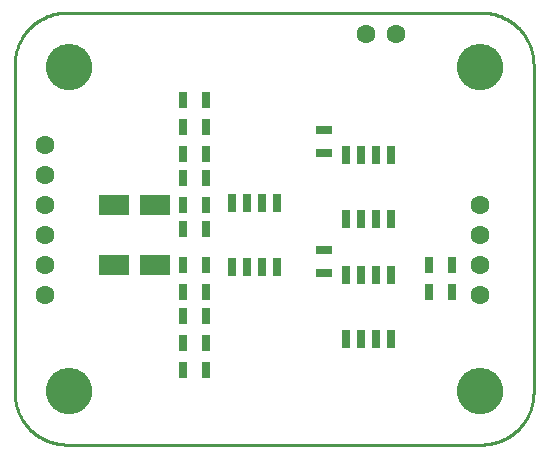
<source format=gts>
G75*
%MOIN*%
%OFA0B0*%
%FSLAX25Y25*%
%IPPOS*%
%LPD*%
%AMOC8*
5,1,8,0,0,1.08239X$1,22.5*
%
%ADD10C,0.01000*%
%ADD11R,0.10243X0.06699*%
%ADD12R,0.03156X0.05518*%
%ADD13R,0.05518X0.03156*%
%ADD14C,0.00000*%
%ADD15C,0.15400*%
%ADD16C,0.06306*%
%ADD17R,0.02565X0.06306*%
D10*
X0019300Y0001800D02*
X0157300Y0001800D01*
X0157723Y0001805D01*
X0158145Y0001820D01*
X0158568Y0001846D01*
X0158989Y0001882D01*
X0159409Y0001928D01*
X0159829Y0001984D01*
X0160246Y0002050D01*
X0160662Y0002126D01*
X0161076Y0002212D01*
X0161488Y0002309D01*
X0161897Y0002415D01*
X0162304Y0002531D01*
X0162708Y0002657D01*
X0163108Y0002792D01*
X0163506Y0002937D01*
X0163899Y0003092D01*
X0164289Y0003256D01*
X0164675Y0003430D01*
X0165056Y0003613D01*
X0165433Y0003805D01*
X0165805Y0004006D01*
X0166172Y0004216D01*
X0166534Y0004434D01*
X0166890Y0004662D01*
X0167241Y0004898D01*
X0167586Y0005142D01*
X0167925Y0005395D01*
X0168258Y0005656D01*
X0168585Y0005924D01*
X0168905Y0006201D01*
X0169218Y0006485D01*
X0169524Y0006777D01*
X0169823Y0007076D01*
X0170115Y0007382D01*
X0170399Y0007695D01*
X0170676Y0008015D01*
X0170944Y0008342D01*
X0171205Y0008675D01*
X0171458Y0009014D01*
X0171702Y0009359D01*
X0171938Y0009710D01*
X0172166Y0010066D01*
X0172384Y0010428D01*
X0172594Y0010795D01*
X0172795Y0011167D01*
X0172987Y0011544D01*
X0173170Y0011925D01*
X0173344Y0012311D01*
X0173508Y0012701D01*
X0173663Y0013094D01*
X0173808Y0013492D01*
X0173943Y0013892D01*
X0174069Y0014296D01*
X0174185Y0014703D01*
X0174291Y0015112D01*
X0174388Y0015524D01*
X0174474Y0015938D01*
X0174550Y0016354D01*
X0174616Y0016771D01*
X0174672Y0017191D01*
X0174718Y0017611D01*
X0174754Y0018032D01*
X0174780Y0018455D01*
X0174795Y0018877D01*
X0174800Y0019300D01*
X0174800Y0128300D01*
X0174795Y0128723D01*
X0174780Y0129145D01*
X0174754Y0129568D01*
X0174718Y0129989D01*
X0174672Y0130409D01*
X0174616Y0130829D01*
X0174550Y0131246D01*
X0174474Y0131662D01*
X0174388Y0132076D01*
X0174291Y0132488D01*
X0174185Y0132897D01*
X0174069Y0133304D01*
X0173943Y0133708D01*
X0173808Y0134108D01*
X0173663Y0134506D01*
X0173508Y0134899D01*
X0173344Y0135289D01*
X0173170Y0135675D01*
X0172987Y0136056D01*
X0172795Y0136433D01*
X0172594Y0136805D01*
X0172384Y0137172D01*
X0172166Y0137534D01*
X0171938Y0137890D01*
X0171702Y0138241D01*
X0171458Y0138586D01*
X0171205Y0138925D01*
X0170944Y0139258D01*
X0170676Y0139585D01*
X0170399Y0139905D01*
X0170115Y0140218D01*
X0169823Y0140524D01*
X0169524Y0140823D01*
X0169218Y0141115D01*
X0168905Y0141399D01*
X0168585Y0141676D01*
X0168258Y0141944D01*
X0167925Y0142205D01*
X0167586Y0142458D01*
X0167241Y0142702D01*
X0166890Y0142938D01*
X0166534Y0143166D01*
X0166172Y0143384D01*
X0165805Y0143594D01*
X0165433Y0143795D01*
X0165056Y0143987D01*
X0164675Y0144170D01*
X0164289Y0144344D01*
X0163899Y0144508D01*
X0163506Y0144663D01*
X0163108Y0144808D01*
X0162708Y0144943D01*
X0162304Y0145069D01*
X0161897Y0145185D01*
X0161488Y0145291D01*
X0161076Y0145388D01*
X0160662Y0145474D01*
X0160246Y0145550D01*
X0159829Y0145616D01*
X0159409Y0145672D01*
X0158989Y0145718D01*
X0158568Y0145754D01*
X0158145Y0145780D01*
X0157723Y0145795D01*
X0157300Y0145800D01*
X0019300Y0145800D01*
X0018877Y0145795D01*
X0018455Y0145780D01*
X0018032Y0145754D01*
X0017611Y0145718D01*
X0017191Y0145672D01*
X0016771Y0145616D01*
X0016354Y0145550D01*
X0015938Y0145474D01*
X0015524Y0145388D01*
X0015112Y0145291D01*
X0014703Y0145185D01*
X0014296Y0145069D01*
X0013892Y0144943D01*
X0013492Y0144808D01*
X0013094Y0144663D01*
X0012701Y0144508D01*
X0012311Y0144344D01*
X0011925Y0144170D01*
X0011544Y0143987D01*
X0011167Y0143795D01*
X0010795Y0143594D01*
X0010428Y0143384D01*
X0010066Y0143166D01*
X0009710Y0142938D01*
X0009359Y0142702D01*
X0009014Y0142458D01*
X0008675Y0142205D01*
X0008342Y0141944D01*
X0008015Y0141676D01*
X0007695Y0141399D01*
X0007382Y0141115D01*
X0007076Y0140823D01*
X0006777Y0140524D01*
X0006485Y0140218D01*
X0006201Y0139905D01*
X0005924Y0139585D01*
X0005656Y0139258D01*
X0005395Y0138925D01*
X0005142Y0138586D01*
X0004898Y0138241D01*
X0004662Y0137890D01*
X0004434Y0137534D01*
X0004216Y0137172D01*
X0004006Y0136805D01*
X0003805Y0136433D01*
X0003613Y0136056D01*
X0003430Y0135675D01*
X0003256Y0135289D01*
X0003092Y0134899D01*
X0002937Y0134506D01*
X0002792Y0134108D01*
X0002657Y0133708D01*
X0002531Y0133304D01*
X0002415Y0132897D01*
X0002309Y0132488D01*
X0002212Y0132076D01*
X0002126Y0131662D01*
X0002050Y0131246D01*
X0001984Y0130829D01*
X0001928Y0130409D01*
X0001882Y0129989D01*
X0001846Y0129568D01*
X0001820Y0129145D01*
X0001805Y0128723D01*
X0001800Y0128300D01*
X0001800Y0019300D01*
X0001805Y0018877D01*
X0001820Y0018455D01*
X0001846Y0018032D01*
X0001882Y0017611D01*
X0001928Y0017191D01*
X0001984Y0016771D01*
X0002050Y0016354D01*
X0002126Y0015938D01*
X0002212Y0015524D01*
X0002309Y0015112D01*
X0002415Y0014703D01*
X0002531Y0014296D01*
X0002657Y0013892D01*
X0002792Y0013492D01*
X0002937Y0013094D01*
X0003092Y0012701D01*
X0003256Y0012311D01*
X0003430Y0011925D01*
X0003613Y0011544D01*
X0003805Y0011167D01*
X0004006Y0010795D01*
X0004216Y0010428D01*
X0004434Y0010066D01*
X0004662Y0009710D01*
X0004898Y0009359D01*
X0005142Y0009014D01*
X0005395Y0008675D01*
X0005656Y0008342D01*
X0005924Y0008015D01*
X0006201Y0007695D01*
X0006485Y0007382D01*
X0006777Y0007076D01*
X0007076Y0006777D01*
X0007382Y0006485D01*
X0007695Y0006201D01*
X0008015Y0005924D01*
X0008342Y0005656D01*
X0008675Y0005395D01*
X0009014Y0005142D01*
X0009359Y0004898D01*
X0009710Y0004662D01*
X0010066Y0004434D01*
X0010428Y0004216D01*
X0010795Y0004006D01*
X0011167Y0003805D01*
X0011544Y0003613D01*
X0011925Y0003430D01*
X0012311Y0003256D01*
X0012701Y0003092D01*
X0013094Y0002937D01*
X0013492Y0002792D01*
X0013892Y0002657D01*
X0014296Y0002531D01*
X0014703Y0002415D01*
X0015112Y0002309D01*
X0015524Y0002212D01*
X0015938Y0002126D01*
X0016354Y0002050D01*
X0016771Y0001984D01*
X0017191Y0001928D01*
X0017611Y0001882D01*
X0018032Y0001846D01*
X0018455Y0001820D01*
X0018877Y0001805D01*
X0019300Y0001800D01*
D11*
X0034910Y0061800D03*
X0048690Y0061800D03*
X0048690Y0081800D03*
X0034910Y0081800D03*
D12*
X0058060Y0081800D03*
X0065540Y0081800D03*
X0065540Y0073800D03*
X0058060Y0073800D03*
X0058060Y0061800D03*
X0065540Y0061800D03*
X0065540Y0052800D03*
X0058060Y0052800D03*
X0058060Y0044800D03*
X0065540Y0044800D03*
X0065540Y0035800D03*
X0058060Y0035800D03*
X0058060Y0026800D03*
X0065540Y0026800D03*
X0140060Y0052800D03*
X0147540Y0052800D03*
X0147540Y0061800D03*
X0140060Y0061800D03*
X0065540Y0090800D03*
X0058060Y0090800D03*
X0058060Y0098800D03*
X0065540Y0098800D03*
X0065540Y0107800D03*
X0058060Y0107800D03*
X0058060Y0116800D03*
X0065540Y0116800D03*
D13*
X0104800Y0106540D03*
X0104800Y0099060D03*
X0104800Y0066540D03*
X0104800Y0059060D03*
D14*
X0149300Y0019800D02*
X0149302Y0019984D01*
X0149309Y0020168D01*
X0149320Y0020352D01*
X0149336Y0020535D01*
X0149356Y0020718D01*
X0149381Y0020900D01*
X0149410Y0021082D01*
X0149444Y0021263D01*
X0149482Y0021443D01*
X0149525Y0021622D01*
X0149572Y0021800D01*
X0149623Y0021977D01*
X0149679Y0022153D01*
X0149738Y0022327D01*
X0149803Y0022499D01*
X0149871Y0022670D01*
X0149943Y0022839D01*
X0150020Y0023007D01*
X0150101Y0023172D01*
X0150186Y0023335D01*
X0150274Y0023497D01*
X0150367Y0023656D01*
X0150464Y0023812D01*
X0150564Y0023967D01*
X0150668Y0024119D01*
X0150776Y0024268D01*
X0150887Y0024414D01*
X0151002Y0024558D01*
X0151121Y0024699D01*
X0151243Y0024837D01*
X0151368Y0024972D01*
X0151497Y0025103D01*
X0151628Y0025232D01*
X0151763Y0025357D01*
X0151901Y0025479D01*
X0152042Y0025598D01*
X0152186Y0025713D01*
X0152332Y0025824D01*
X0152481Y0025932D01*
X0152633Y0026036D01*
X0152788Y0026136D01*
X0152944Y0026233D01*
X0153103Y0026326D01*
X0153265Y0026414D01*
X0153428Y0026499D01*
X0153593Y0026580D01*
X0153761Y0026657D01*
X0153930Y0026729D01*
X0154101Y0026797D01*
X0154273Y0026862D01*
X0154447Y0026921D01*
X0154623Y0026977D01*
X0154800Y0027028D01*
X0154978Y0027075D01*
X0155157Y0027118D01*
X0155337Y0027156D01*
X0155518Y0027190D01*
X0155700Y0027219D01*
X0155882Y0027244D01*
X0156065Y0027264D01*
X0156248Y0027280D01*
X0156432Y0027291D01*
X0156616Y0027298D01*
X0156800Y0027300D01*
X0156984Y0027298D01*
X0157168Y0027291D01*
X0157352Y0027280D01*
X0157535Y0027264D01*
X0157718Y0027244D01*
X0157900Y0027219D01*
X0158082Y0027190D01*
X0158263Y0027156D01*
X0158443Y0027118D01*
X0158622Y0027075D01*
X0158800Y0027028D01*
X0158977Y0026977D01*
X0159153Y0026921D01*
X0159327Y0026862D01*
X0159499Y0026797D01*
X0159670Y0026729D01*
X0159839Y0026657D01*
X0160007Y0026580D01*
X0160172Y0026499D01*
X0160335Y0026414D01*
X0160497Y0026326D01*
X0160656Y0026233D01*
X0160812Y0026136D01*
X0160967Y0026036D01*
X0161119Y0025932D01*
X0161268Y0025824D01*
X0161414Y0025713D01*
X0161558Y0025598D01*
X0161699Y0025479D01*
X0161837Y0025357D01*
X0161972Y0025232D01*
X0162103Y0025103D01*
X0162232Y0024972D01*
X0162357Y0024837D01*
X0162479Y0024699D01*
X0162598Y0024558D01*
X0162713Y0024414D01*
X0162824Y0024268D01*
X0162932Y0024119D01*
X0163036Y0023967D01*
X0163136Y0023812D01*
X0163233Y0023656D01*
X0163326Y0023497D01*
X0163414Y0023335D01*
X0163499Y0023172D01*
X0163580Y0023007D01*
X0163657Y0022839D01*
X0163729Y0022670D01*
X0163797Y0022499D01*
X0163862Y0022327D01*
X0163921Y0022153D01*
X0163977Y0021977D01*
X0164028Y0021800D01*
X0164075Y0021622D01*
X0164118Y0021443D01*
X0164156Y0021263D01*
X0164190Y0021082D01*
X0164219Y0020900D01*
X0164244Y0020718D01*
X0164264Y0020535D01*
X0164280Y0020352D01*
X0164291Y0020168D01*
X0164298Y0019984D01*
X0164300Y0019800D01*
X0164298Y0019616D01*
X0164291Y0019432D01*
X0164280Y0019248D01*
X0164264Y0019065D01*
X0164244Y0018882D01*
X0164219Y0018700D01*
X0164190Y0018518D01*
X0164156Y0018337D01*
X0164118Y0018157D01*
X0164075Y0017978D01*
X0164028Y0017800D01*
X0163977Y0017623D01*
X0163921Y0017447D01*
X0163862Y0017273D01*
X0163797Y0017101D01*
X0163729Y0016930D01*
X0163657Y0016761D01*
X0163580Y0016593D01*
X0163499Y0016428D01*
X0163414Y0016265D01*
X0163326Y0016103D01*
X0163233Y0015944D01*
X0163136Y0015788D01*
X0163036Y0015633D01*
X0162932Y0015481D01*
X0162824Y0015332D01*
X0162713Y0015186D01*
X0162598Y0015042D01*
X0162479Y0014901D01*
X0162357Y0014763D01*
X0162232Y0014628D01*
X0162103Y0014497D01*
X0161972Y0014368D01*
X0161837Y0014243D01*
X0161699Y0014121D01*
X0161558Y0014002D01*
X0161414Y0013887D01*
X0161268Y0013776D01*
X0161119Y0013668D01*
X0160967Y0013564D01*
X0160812Y0013464D01*
X0160656Y0013367D01*
X0160497Y0013274D01*
X0160335Y0013186D01*
X0160172Y0013101D01*
X0160007Y0013020D01*
X0159839Y0012943D01*
X0159670Y0012871D01*
X0159499Y0012803D01*
X0159327Y0012738D01*
X0159153Y0012679D01*
X0158977Y0012623D01*
X0158800Y0012572D01*
X0158622Y0012525D01*
X0158443Y0012482D01*
X0158263Y0012444D01*
X0158082Y0012410D01*
X0157900Y0012381D01*
X0157718Y0012356D01*
X0157535Y0012336D01*
X0157352Y0012320D01*
X0157168Y0012309D01*
X0156984Y0012302D01*
X0156800Y0012300D01*
X0156616Y0012302D01*
X0156432Y0012309D01*
X0156248Y0012320D01*
X0156065Y0012336D01*
X0155882Y0012356D01*
X0155700Y0012381D01*
X0155518Y0012410D01*
X0155337Y0012444D01*
X0155157Y0012482D01*
X0154978Y0012525D01*
X0154800Y0012572D01*
X0154623Y0012623D01*
X0154447Y0012679D01*
X0154273Y0012738D01*
X0154101Y0012803D01*
X0153930Y0012871D01*
X0153761Y0012943D01*
X0153593Y0013020D01*
X0153428Y0013101D01*
X0153265Y0013186D01*
X0153103Y0013274D01*
X0152944Y0013367D01*
X0152788Y0013464D01*
X0152633Y0013564D01*
X0152481Y0013668D01*
X0152332Y0013776D01*
X0152186Y0013887D01*
X0152042Y0014002D01*
X0151901Y0014121D01*
X0151763Y0014243D01*
X0151628Y0014368D01*
X0151497Y0014497D01*
X0151368Y0014628D01*
X0151243Y0014763D01*
X0151121Y0014901D01*
X0151002Y0015042D01*
X0150887Y0015186D01*
X0150776Y0015332D01*
X0150668Y0015481D01*
X0150564Y0015633D01*
X0150464Y0015788D01*
X0150367Y0015944D01*
X0150274Y0016103D01*
X0150186Y0016265D01*
X0150101Y0016428D01*
X0150020Y0016593D01*
X0149943Y0016761D01*
X0149871Y0016930D01*
X0149803Y0017101D01*
X0149738Y0017273D01*
X0149679Y0017447D01*
X0149623Y0017623D01*
X0149572Y0017800D01*
X0149525Y0017978D01*
X0149482Y0018157D01*
X0149444Y0018337D01*
X0149410Y0018518D01*
X0149381Y0018700D01*
X0149356Y0018882D01*
X0149336Y0019065D01*
X0149320Y0019248D01*
X0149309Y0019432D01*
X0149302Y0019616D01*
X0149300Y0019800D01*
X0149300Y0127800D02*
X0149302Y0127984D01*
X0149309Y0128168D01*
X0149320Y0128352D01*
X0149336Y0128535D01*
X0149356Y0128718D01*
X0149381Y0128900D01*
X0149410Y0129082D01*
X0149444Y0129263D01*
X0149482Y0129443D01*
X0149525Y0129622D01*
X0149572Y0129800D01*
X0149623Y0129977D01*
X0149679Y0130153D01*
X0149738Y0130327D01*
X0149803Y0130499D01*
X0149871Y0130670D01*
X0149943Y0130839D01*
X0150020Y0131007D01*
X0150101Y0131172D01*
X0150186Y0131335D01*
X0150274Y0131497D01*
X0150367Y0131656D01*
X0150464Y0131812D01*
X0150564Y0131967D01*
X0150668Y0132119D01*
X0150776Y0132268D01*
X0150887Y0132414D01*
X0151002Y0132558D01*
X0151121Y0132699D01*
X0151243Y0132837D01*
X0151368Y0132972D01*
X0151497Y0133103D01*
X0151628Y0133232D01*
X0151763Y0133357D01*
X0151901Y0133479D01*
X0152042Y0133598D01*
X0152186Y0133713D01*
X0152332Y0133824D01*
X0152481Y0133932D01*
X0152633Y0134036D01*
X0152788Y0134136D01*
X0152944Y0134233D01*
X0153103Y0134326D01*
X0153265Y0134414D01*
X0153428Y0134499D01*
X0153593Y0134580D01*
X0153761Y0134657D01*
X0153930Y0134729D01*
X0154101Y0134797D01*
X0154273Y0134862D01*
X0154447Y0134921D01*
X0154623Y0134977D01*
X0154800Y0135028D01*
X0154978Y0135075D01*
X0155157Y0135118D01*
X0155337Y0135156D01*
X0155518Y0135190D01*
X0155700Y0135219D01*
X0155882Y0135244D01*
X0156065Y0135264D01*
X0156248Y0135280D01*
X0156432Y0135291D01*
X0156616Y0135298D01*
X0156800Y0135300D01*
X0156984Y0135298D01*
X0157168Y0135291D01*
X0157352Y0135280D01*
X0157535Y0135264D01*
X0157718Y0135244D01*
X0157900Y0135219D01*
X0158082Y0135190D01*
X0158263Y0135156D01*
X0158443Y0135118D01*
X0158622Y0135075D01*
X0158800Y0135028D01*
X0158977Y0134977D01*
X0159153Y0134921D01*
X0159327Y0134862D01*
X0159499Y0134797D01*
X0159670Y0134729D01*
X0159839Y0134657D01*
X0160007Y0134580D01*
X0160172Y0134499D01*
X0160335Y0134414D01*
X0160497Y0134326D01*
X0160656Y0134233D01*
X0160812Y0134136D01*
X0160967Y0134036D01*
X0161119Y0133932D01*
X0161268Y0133824D01*
X0161414Y0133713D01*
X0161558Y0133598D01*
X0161699Y0133479D01*
X0161837Y0133357D01*
X0161972Y0133232D01*
X0162103Y0133103D01*
X0162232Y0132972D01*
X0162357Y0132837D01*
X0162479Y0132699D01*
X0162598Y0132558D01*
X0162713Y0132414D01*
X0162824Y0132268D01*
X0162932Y0132119D01*
X0163036Y0131967D01*
X0163136Y0131812D01*
X0163233Y0131656D01*
X0163326Y0131497D01*
X0163414Y0131335D01*
X0163499Y0131172D01*
X0163580Y0131007D01*
X0163657Y0130839D01*
X0163729Y0130670D01*
X0163797Y0130499D01*
X0163862Y0130327D01*
X0163921Y0130153D01*
X0163977Y0129977D01*
X0164028Y0129800D01*
X0164075Y0129622D01*
X0164118Y0129443D01*
X0164156Y0129263D01*
X0164190Y0129082D01*
X0164219Y0128900D01*
X0164244Y0128718D01*
X0164264Y0128535D01*
X0164280Y0128352D01*
X0164291Y0128168D01*
X0164298Y0127984D01*
X0164300Y0127800D01*
X0164298Y0127616D01*
X0164291Y0127432D01*
X0164280Y0127248D01*
X0164264Y0127065D01*
X0164244Y0126882D01*
X0164219Y0126700D01*
X0164190Y0126518D01*
X0164156Y0126337D01*
X0164118Y0126157D01*
X0164075Y0125978D01*
X0164028Y0125800D01*
X0163977Y0125623D01*
X0163921Y0125447D01*
X0163862Y0125273D01*
X0163797Y0125101D01*
X0163729Y0124930D01*
X0163657Y0124761D01*
X0163580Y0124593D01*
X0163499Y0124428D01*
X0163414Y0124265D01*
X0163326Y0124103D01*
X0163233Y0123944D01*
X0163136Y0123788D01*
X0163036Y0123633D01*
X0162932Y0123481D01*
X0162824Y0123332D01*
X0162713Y0123186D01*
X0162598Y0123042D01*
X0162479Y0122901D01*
X0162357Y0122763D01*
X0162232Y0122628D01*
X0162103Y0122497D01*
X0161972Y0122368D01*
X0161837Y0122243D01*
X0161699Y0122121D01*
X0161558Y0122002D01*
X0161414Y0121887D01*
X0161268Y0121776D01*
X0161119Y0121668D01*
X0160967Y0121564D01*
X0160812Y0121464D01*
X0160656Y0121367D01*
X0160497Y0121274D01*
X0160335Y0121186D01*
X0160172Y0121101D01*
X0160007Y0121020D01*
X0159839Y0120943D01*
X0159670Y0120871D01*
X0159499Y0120803D01*
X0159327Y0120738D01*
X0159153Y0120679D01*
X0158977Y0120623D01*
X0158800Y0120572D01*
X0158622Y0120525D01*
X0158443Y0120482D01*
X0158263Y0120444D01*
X0158082Y0120410D01*
X0157900Y0120381D01*
X0157718Y0120356D01*
X0157535Y0120336D01*
X0157352Y0120320D01*
X0157168Y0120309D01*
X0156984Y0120302D01*
X0156800Y0120300D01*
X0156616Y0120302D01*
X0156432Y0120309D01*
X0156248Y0120320D01*
X0156065Y0120336D01*
X0155882Y0120356D01*
X0155700Y0120381D01*
X0155518Y0120410D01*
X0155337Y0120444D01*
X0155157Y0120482D01*
X0154978Y0120525D01*
X0154800Y0120572D01*
X0154623Y0120623D01*
X0154447Y0120679D01*
X0154273Y0120738D01*
X0154101Y0120803D01*
X0153930Y0120871D01*
X0153761Y0120943D01*
X0153593Y0121020D01*
X0153428Y0121101D01*
X0153265Y0121186D01*
X0153103Y0121274D01*
X0152944Y0121367D01*
X0152788Y0121464D01*
X0152633Y0121564D01*
X0152481Y0121668D01*
X0152332Y0121776D01*
X0152186Y0121887D01*
X0152042Y0122002D01*
X0151901Y0122121D01*
X0151763Y0122243D01*
X0151628Y0122368D01*
X0151497Y0122497D01*
X0151368Y0122628D01*
X0151243Y0122763D01*
X0151121Y0122901D01*
X0151002Y0123042D01*
X0150887Y0123186D01*
X0150776Y0123332D01*
X0150668Y0123481D01*
X0150564Y0123633D01*
X0150464Y0123788D01*
X0150367Y0123944D01*
X0150274Y0124103D01*
X0150186Y0124265D01*
X0150101Y0124428D01*
X0150020Y0124593D01*
X0149943Y0124761D01*
X0149871Y0124930D01*
X0149803Y0125101D01*
X0149738Y0125273D01*
X0149679Y0125447D01*
X0149623Y0125623D01*
X0149572Y0125800D01*
X0149525Y0125978D01*
X0149482Y0126157D01*
X0149444Y0126337D01*
X0149410Y0126518D01*
X0149381Y0126700D01*
X0149356Y0126882D01*
X0149336Y0127065D01*
X0149320Y0127248D01*
X0149309Y0127432D01*
X0149302Y0127616D01*
X0149300Y0127800D01*
X0012300Y0127800D02*
X0012302Y0127984D01*
X0012309Y0128168D01*
X0012320Y0128352D01*
X0012336Y0128535D01*
X0012356Y0128718D01*
X0012381Y0128900D01*
X0012410Y0129082D01*
X0012444Y0129263D01*
X0012482Y0129443D01*
X0012525Y0129622D01*
X0012572Y0129800D01*
X0012623Y0129977D01*
X0012679Y0130153D01*
X0012738Y0130327D01*
X0012803Y0130499D01*
X0012871Y0130670D01*
X0012943Y0130839D01*
X0013020Y0131007D01*
X0013101Y0131172D01*
X0013186Y0131335D01*
X0013274Y0131497D01*
X0013367Y0131656D01*
X0013464Y0131812D01*
X0013564Y0131967D01*
X0013668Y0132119D01*
X0013776Y0132268D01*
X0013887Y0132414D01*
X0014002Y0132558D01*
X0014121Y0132699D01*
X0014243Y0132837D01*
X0014368Y0132972D01*
X0014497Y0133103D01*
X0014628Y0133232D01*
X0014763Y0133357D01*
X0014901Y0133479D01*
X0015042Y0133598D01*
X0015186Y0133713D01*
X0015332Y0133824D01*
X0015481Y0133932D01*
X0015633Y0134036D01*
X0015788Y0134136D01*
X0015944Y0134233D01*
X0016103Y0134326D01*
X0016265Y0134414D01*
X0016428Y0134499D01*
X0016593Y0134580D01*
X0016761Y0134657D01*
X0016930Y0134729D01*
X0017101Y0134797D01*
X0017273Y0134862D01*
X0017447Y0134921D01*
X0017623Y0134977D01*
X0017800Y0135028D01*
X0017978Y0135075D01*
X0018157Y0135118D01*
X0018337Y0135156D01*
X0018518Y0135190D01*
X0018700Y0135219D01*
X0018882Y0135244D01*
X0019065Y0135264D01*
X0019248Y0135280D01*
X0019432Y0135291D01*
X0019616Y0135298D01*
X0019800Y0135300D01*
X0019984Y0135298D01*
X0020168Y0135291D01*
X0020352Y0135280D01*
X0020535Y0135264D01*
X0020718Y0135244D01*
X0020900Y0135219D01*
X0021082Y0135190D01*
X0021263Y0135156D01*
X0021443Y0135118D01*
X0021622Y0135075D01*
X0021800Y0135028D01*
X0021977Y0134977D01*
X0022153Y0134921D01*
X0022327Y0134862D01*
X0022499Y0134797D01*
X0022670Y0134729D01*
X0022839Y0134657D01*
X0023007Y0134580D01*
X0023172Y0134499D01*
X0023335Y0134414D01*
X0023497Y0134326D01*
X0023656Y0134233D01*
X0023812Y0134136D01*
X0023967Y0134036D01*
X0024119Y0133932D01*
X0024268Y0133824D01*
X0024414Y0133713D01*
X0024558Y0133598D01*
X0024699Y0133479D01*
X0024837Y0133357D01*
X0024972Y0133232D01*
X0025103Y0133103D01*
X0025232Y0132972D01*
X0025357Y0132837D01*
X0025479Y0132699D01*
X0025598Y0132558D01*
X0025713Y0132414D01*
X0025824Y0132268D01*
X0025932Y0132119D01*
X0026036Y0131967D01*
X0026136Y0131812D01*
X0026233Y0131656D01*
X0026326Y0131497D01*
X0026414Y0131335D01*
X0026499Y0131172D01*
X0026580Y0131007D01*
X0026657Y0130839D01*
X0026729Y0130670D01*
X0026797Y0130499D01*
X0026862Y0130327D01*
X0026921Y0130153D01*
X0026977Y0129977D01*
X0027028Y0129800D01*
X0027075Y0129622D01*
X0027118Y0129443D01*
X0027156Y0129263D01*
X0027190Y0129082D01*
X0027219Y0128900D01*
X0027244Y0128718D01*
X0027264Y0128535D01*
X0027280Y0128352D01*
X0027291Y0128168D01*
X0027298Y0127984D01*
X0027300Y0127800D01*
X0027298Y0127616D01*
X0027291Y0127432D01*
X0027280Y0127248D01*
X0027264Y0127065D01*
X0027244Y0126882D01*
X0027219Y0126700D01*
X0027190Y0126518D01*
X0027156Y0126337D01*
X0027118Y0126157D01*
X0027075Y0125978D01*
X0027028Y0125800D01*
X0026977Y0125623D01*
X0026921Y0125447D01*
X0026862Y0125273D01*
X0026797Y0125101D01*
X0026729Y0124930D01*
X0026657Y0124761D01*
X0026580Y0124593D01*
X0026499Y0124428D01*
X0026414Y0124265D01*
X0026326Y0124103D01*
X0026233Y0123944D01*
X0026136Y0123788D01*
X0026036Y0123633D01*
X0025932Y0123481D01*
X0025824Y0123332D01*
X0025713Y0123186D01*
X0025598Y0123042D01*
X0025479Y0122901D01*
X0025357Y0122763D01*
X0025232Y0122628D01*
X0025103Y0122497D01*
X0024972Y0122368D01*
X0024837Y0122243D01*
X0024699Y0122121D01*
X0024558Y0122002D01*
X0024414Y0121887D01*
X0024268Y0121776D01*
X0024119Y0121668D01*
X0023967Y0121564D01*
X0023812Y0121464D01*
X0023656Y0121367D01*
X0023497Y0121274D01*
X0023335Y0121186D01*
X0023172Y0121101D01*
X0023007Y0121020D01*
X0022839Y0120943D01*
X0022670Y0120871D01*
X0022499Y0120803D01*
X0022327Y0120738D01*
X0022153Y0120679D01*
X0021977Y0120623D01*
X0021800Y0120572D01*
X0021622Y0120525D01*
X0021443Y0120482D01*
X0021263Y0120444D01*
X0021082Y0120410D01*
X0020900Y0120381D01*
X0020718Y0120356D01*
X0020535Y0120336D01*
X0020352Y0120320D01*
X0020168Y0120309D01*
X0019984Y0120302D01*
X0019800Y0120300D01*
X0019616Y0120302D01*
X0019432Y0120309D01*
X0019248Y0120320D01*
X0019065Y0120336D01*
X0018882Y0120356D01*
X0018700Y0120381D01*
X0018518Y0120410D01*
X0018337Y0120444D01*
X0018157Y0120482D01*
X0017978Y0120525D01*
X0017800Y0120572D01*
X0017623Y0120623D01*
X0017447Y0120679D01*
X0017273Y0120738D01*
X0017101Y0120803D01*
X0016930Y0120871D01*
X0016761Y0120943D01*
X0016593Y0121020D01*
X0016428Y0121101D01*
X0016265Y0121186D01*
X0016103Y0121274D01*
X0015944Y0121367D01*
X0015788Y0121464D01*
X0015633Y0121564D01*
X0015481Y0121668D01*
X0015332Y0121776D01*
X0015186Y0121887D01*
X0015042Y0122002D01*
X0014901Y0122121D01*
X0014763Y0122243D01*
X0014628Y0122368D01*
X0014497Y0122497D01*
X0014368Y0122628D01*
X0014243Y0122763D01*
X0014121Y0122901D01*
X0014002Y0123042D01*
X0013887Y0123186D01*
X0013776Y0123332D01*
X0013668Y0123481D01*
X0013564Y0123633D01*
X0013464Y0123788D01*
X0013367Y0123944D01*
X0013274Y0124103D01*
X0013186Y0124265D01*
X0013101Y0124428D01*
X0013020Y0124593D01*
X0012943Y0124761D01*
X0012871Y0124930D01*
X0012803Y0125101D01*
X0012738Y0125273D01*
X0012679Y0125447D01*
X0012623Y0125623D01*
X0012572Y0125800D01*
X0012525Y0125978D01*
X0012482Y0126157D01*
X0012444Y0126337D01*
X0012410Y0126518D01*
X0012381Y0126700D01*
X0012356Y0126882D01*
X0012336Y0127065D01*
X0012320Y0127248D01*
X0012309Y0127432D01*
X0012302Y0127616D01*
X0012300Y0127800D01*
X0012300Y0019800D02*
X0012302Y0019984D01*
X0012309Y0020168D01*
X0012320Y0020352D01*
X0012336Y0020535D01*
X0012356Y0020718D01*
X0012381Y0020900D01*
X0012410Y0021082D01*
X0012444Y0021263D01*
X0012482Y0021443D01*
X0012525Y0021622D01*
X0012572Y0021800D01*
X0012623Y0021977D01*
X0012679Y0022153D01*
X0012738Y0022327D01*
X0012803Y0022499D01*
X0012871Y0022670D01*
X0012943Y0022839D01*
X0013020Y0023007D01*
X0013101Y0023172D01*
X0013186Y0023335D01*
X0013274Y0023497D01*
X0013367Y0023656D01*
X0013464Y0023812D01*
X0013564Y0023967D01*
X0013668Y0024119D01*
X0013776Y0024268D01*
X0013887Y0024414D01*
X0014002Y0024558D01*
X0014121Y0024699D01*
X0014243Y0024837D01*
X0014368Y0024972D01*
X0014497Y0025103D01*
X0014628Y0025232D01*
X0014763Y0025357D01*
X0014901Y0025479D01*
X0015042Y0025598D01*
X0015186Y0025713D01*
X0015332Y0025824D01*
X0015481Y0025932D01*
X0015633Y0026036D01*
X0015788Y0026136D01*
X0015944Y0026233D01*
X0016103Y0026326D01*
X0016265Y0026414D01*
X0016428Y0026499D01*
X0016593Y0026580D01*
X0016761Y0026657D01*
X0016930Y0026729D01*
X0017101Y0026797D01*
X0017273Y0026862D01*
X0017447Y0026921D01*
X0017623Y0026977D01*
X0017800Y0027028D01*
X0017978Y0027075D01*
X0018157Y0027118D01*
X0018337Y0027156D01*
X0018518Y0027190D01*
X0018700Y0027219D01*
X0018882Y0027244D01*
X0019065Y0027264D01*
X0019248Y0027280D01*
X0019432Y0027291D01*
X0019616Y0027298D01*
X0019800Y0027300D01*
X0019984Y0027298D01*
X0020168Y0027291D01*
X0020352Y0027280D01*
X0020535Y0027264D01*
X0020718Y0027244D01*
X0020900Y0027219D01*
X0021082Y0027190D01*
X0021263Y0027156D01*
X0021443Y0027118D01*
X0021622Y0027075D01*
X0021800Y0027028D01*
X0021977Y0026977D01*
X0022153Y0026921D01*
X0022327Y0026862D01*
X0022499Y0026797D01*
X0022670Y0026729D01*
X0022839Y0026657D01*
X0023007Y0026580D01*
X0023172Y0026499D01*
X0023335Y0026414D01*
X0023497Y0026326D01*
X0023656Y0026233D01*
X0023812Y0026136D01*
X0023967Y0026036D01*
X0024119Y0025932D01*
X0024268Y0025824D01*
X0024414Y0025713D01*
X0024558Y0025598D01*
X0024699Y0025479D01*
X0024837Y0025357D01*
X0024972Y0025232D01*
X0025103Y0025103D01*
X0025232Y0024972D01*
X0025357Y0024837D01*
X0025479Y0024699D01*
X0025598Y0024558D01*
X0025713Y0024414D01*
X0025824Y0024268D01*
X0025932Y0024119D01*
X0026036Y0023967D01*
X0026136Y0023812D01*
X0026233Y0023656D01*
X0026326Y0023497D01*
X0026414Y0023335D01*
X0026499Y0023172D01*
X0026580Y0023007D01*
X0026657Y0022839D01*
X0026729Y0022670D01*
X0026797Y0022499D01*
X0026862Y0022327D01*
X0026921Y0022153D01*
X0026977Y0021977D01*
X0027028Y0021800D01*
X0027075Y0021622D01*
X0027118Y0021443D01*
X0027156Y0021263D01*
X0027190Y0021082D01*
X0027219Y0020900D01*
X0027244Y0020718D01*
X0027264Y0020535D01*
X0027280Y0020352D01*
X0027291Y0020168D01*
X0027298Y0019984D01*
X0027300Y0019800D01*
X0027298Y0019616D01*
X0027291Y0019432D01*
X0027280Y0019248D01*
X0027264Y0019065D01*
X0027244Y0018882D01*
X0027219Y0018700D01*
X0027190Y0018518D01*
X0027156Y0018337D01*
X0027118Y0018157D01*
X0027075Y0017978D01*
X0027028Y0017800D01*
X0026977Y0017623D01*
X0026921Y0017447D01*
X0026862Y0017273D01*
X0026797Y0017101D01*
X0026729Y0016930D01*
X0026657Y0016761D01*
X0026580Y0016593D01*
X0026499Y0016428D01*
X0026414Y0016265D01*
X0026326Y0016103D01*
X0026233Y0015944D01*
X0026136Y0015788D01*
X0026036Y0015633D01*
X0025932Y0015481D01*
X0025824Y0015332D01*
X0025713Y0015186D01*
X0025598Y0015042D01*
X0025479Y0014901D01*
X0025357Y0014763D01*
X0025232Y0014628D01*
X0025103Y0014497D01*
X0024972Y0014368D01*
X0024837Y0014243D01*
X0024699Y0014121D01*
X0024558Y0014002D01*
X0024414Y0013887D01*
X0024268Y0013776D01*
X0024119Y0013668D01*
X0023967Y0013564D01*
X0023812Y0013464D01*
X0023656Y0013367D01*
X0023497Y0013274D01*
X0023335Y0013186D01*
X0023172Y0013101D01*
X0023007Y0013020D01*
X0022839Y0012943D01*
X0022670Y0012871D01*
X0022499Y0012803D01*
X0022327Y0012738D01*
X0022153Y0012679D01*
X0021977Y0012623D01*
X0021800Y0012572D01*
X0021622Y0012525D01*
X0021443Y0012482D01*
X0021263Y0012444D01*
X0021082Y0012410D01*
X0020900Y0012381D01*
X0020718Y0012356D01*
X0020535Y0012336D01*
X0020352Y0012320D01*
X0020168Y0012309D01*
X0019984Y0012302D01*
X0019800Y0012300D01*
X0019616Y0012302D01*
X0019432Y0012309D01*
X0019248Y0012320D01*
X0019065Y0012336D01*
X0018882Y0012356D01*
X0018700Y0012381D01*
X0018518Y0012410D01*
X0018337Y0012444D01*
X0018157Y0012482D01*
X0017978Y0012525D01*
X0017800Y0012572D01*
X0017623Y0012623D01*
X0017447Y0012679D01*
X0017273Y0012738D01*
X0017101Y0012803D01*
X0016930Y0012871D01*
X0016761Y0012943D01*
X0016593Y0013020D01*
X0016428Y0013101D01*
X0016265Y0013186D01*
X0016103Y0013274D01*
X0015944Y0013367D01*
X0015788Y0013464D01*
X0015633Y0013564D01*
X0015481Y0013668D01*
X0015332Y0013776D01*
X0015186Y0013887D01*
X0015042Y0014002D01*
X0014901Y0014121D01*
X0014763Y0014243D01*
X0014628Y0014368D01*
X0014497Y0014497D01*
X0014368Y0014628D01*
X0014243Y0014763D01*
X0014121Y0014901D01*
X0014002Y0015042D01*
X0013887Y0015186D01*
X0013776Y0015332D01*
X0013668Y0015481D01*
X0013564Y0015633D01*
X0013464Y0015788D01*
X0013367Y0015944D01*
X0013274Y0016103D01*
X0013186Y0016265D01*
X0013101Y0016428D01*
X0013020Y0016593D01*
X0012943Y0016761D01*
X0012871Y0016930D01*
X0012803Y0017101D01*
X0012738Y0017273D01*
X0012679Y0017447D01*
X0012623Y0017623D01*
X0012572Y0017800D01*
X0012525Y0017978D01*
X0012482Y0018157D01*
X0012444Y0018337D01*
X0012410Y0018518D01*
X0012381Y0018700D01*
X0012356Y0018882D01*
X0012336Y0019065D01*
X0012320Y0019248D01*
X0012309Y0019432D01*
X0012302Y0019616D01*
X0012300Y0019800D01*
D15*
X0019800Y0019800D03*
X0019800Y0127800D03*
X0156800Y0127800D03*
X0156800Y0019800D03*
D16*
X0156800Y0051800D03*
X0156800Y0061800D03*
X0156800Y0071800D03*
X0156800Y0081800D03*
X0128800Y0138800D03*
X0118800Y0138800D03*
X0011800Y0101800D03*
X0011800Y0091800D03*
X0011800Y0081800D03*
X0011800Y0071800D03*
X0011800Y0061800D03*
X0011800Y0051800D03*
D17*
X0074300Y0061170D03*
X0079300Y0061170D03*
X0084300Y0061170D03*
X0089300Y0061170D03*
X0112300Y0058430D03*
X0117300Y0058430D03*
X0122300Y0058430D03*
X0127300Y0058430D03*
X0127300Y0077170D03*
X0122300Y0077170D03*
X0117300Y0077170D03*
X0112300Y0077170D03*
X0089300Y0082430D03*
X0084300Y0082430D03*
X0079300Y0082430D03*
X0074300Y0082430D03*
X0112300Y0098430D03*
X0117300Y0098430D03*
X0122300Y0098430D03*
X0127300Y0098430D03*
X0127300Y0037170D03*
X0122300Y0037170D03*
X0117300Y0037170D03*
X0112300Y0037170D03*
M02*

</source>
